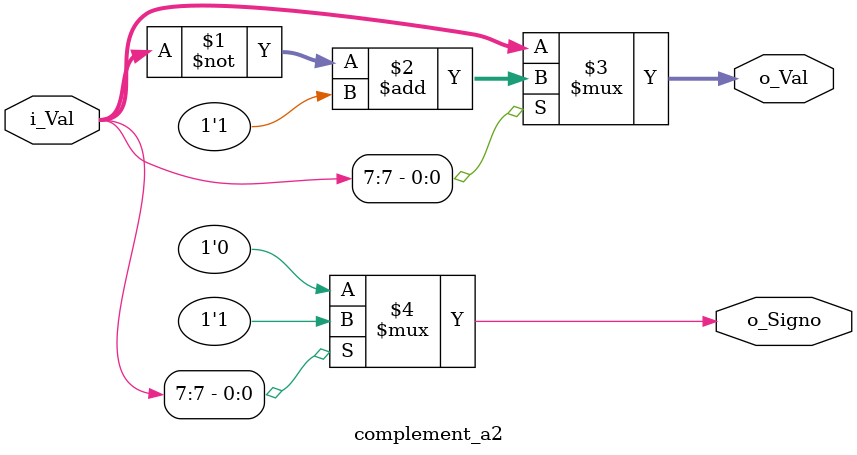
<source format=sv>
module complement_a2(
	input  [7:0] i_Val, //Valor inicial en complemento a2

	output       o_Signo, //Signo de la entrada
	output [7:0] o_Val	  //Valor sin complemento
);

//El valor del septimo bit indica si el sign oes positivo o negativo, en caso de ser positivo se hace complemento A2
//de lo contrario el valor continua igual 
assign o_Val   = ( i_Val[7] ) ? ( (~i_Val) + 1'b1 ) : i_Val; 
assign o_Signo = ( i_Val[7] ) ? 1'b1 : 1'b0;

endmodule

</source>
